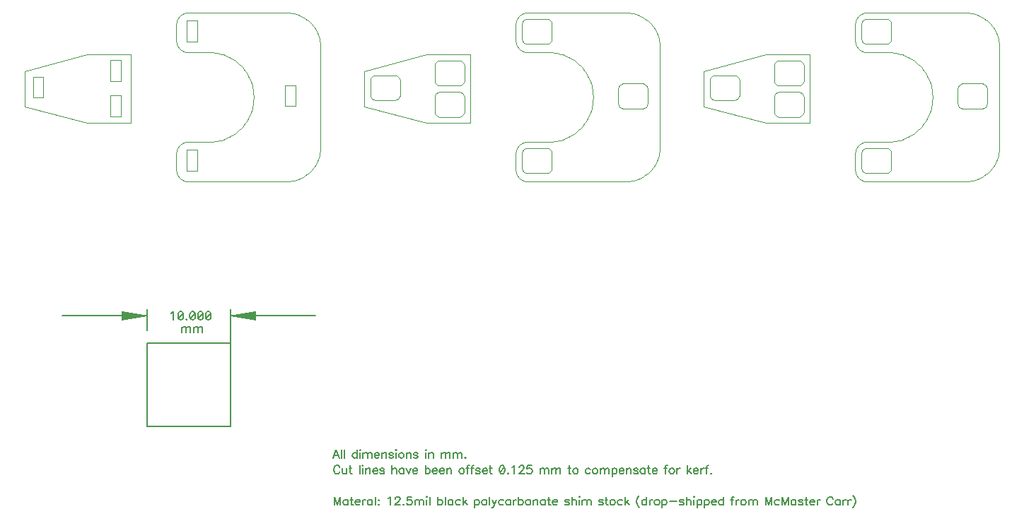
<source format=gbr>
G04 CAM Products 2000  RS274-X Output*
G04 Serial Number: 0000-00-00000*
G04 File Name:LED-FLEX-R2-SPACER.GBR *
%FSLAX34Y34*%
%MOIN*%
%SFA1B1*%

%IPPOS*%
%AMROUNDRECTNOHOLED21*
4,1,4,0.019700,0.008900,
-0.019700,0.008900,
-0.019700,-0.008900,
0.019700,-0.008900,
0.019700,0.008900,0.0*
4,1,4,0.010900,0.017700,
-0.010900,0.017700,
-0.010900,-0.017700,
0.010900,-0.017700,
0.010900,0.017700,0.0*
1,1,0.017700,-0.010800,-0.008900*
1,1,0.017700,-0.010800,0.008900*
1,1,0.017700,0.010800,0.008900*
1,1,0.017700,0.010800,-0.008900*
%
%ADD10C,0.000400*%
%ADD11C,0.010000*%
%ADD12C,0.013800*%
%ADD13C,0.002000*%
%ADD14C,0.003900*%
%ADD15C,0.039400*%
%ADD16C,0.005000*%
%ADD17C,0.005900*%
%ADD18C,0.007900*%
%ADD19C,0.008000*%
%ADD20C,0.009800*%
%ADD21ROUNDRECTNOHOLED21*%
%ADD22R,0.137800X0.013800*%
%ADD23R,0.152800X0.028800*%
%ADD24R,0.047200X0.051200*%
%ADD25R,0.062200X0.066200*%
%ADD26R,0.049600X0.071800*%
%LNLED-FLEX-R2-SPACER-1*%
%LPD*%
G54D17*
X34448Y15944D02*
X38385D01*
Y19881D02*
X34448D01*
Y15944*
X38385D02*
Y19881D01*
G54D19*
X36098Y20650D02*
Y20388D01*
Y20575D02*
X36154Y20632D01*
X36192Y20650*
X36248*
X36286Y20632*
X36304Y20575*
Y20388*
Y20575D02*
X36361Y20632D01*
X36398Y20650*
X36454*
X36492Y20632*
X36511Y20575*
Y20388*
X36661Y20650D02*
Y20388D01*
Y20575D02*
X36717Y20632D01*
X36754Y20650*
X36811*
X36848Y20632*
X36867Y20575*
Y20388*
Y20575D02*
X36923Y20632D01*
X36961Y20650*
X37017*
X37054Y20632*
X37073Y20575*
Y20388*
X43522Y14447D02*
X43374Y14835D01*
X43227Y14447*
X43282Y14577D02*
X43466D01*
X43614Y14835D02*
Y14447D01*
X43762Y14835D02*
Y14447D01*
X44352Y14835D02*
Y14447D01*
Y14650D02*
X44315Y14687D01*
X44278Y14706*
X44223*
X44186Y14687*
X44149Y14650*
X44131Y14595*
Y14558*
X44149Y14503*
X44186Y14466*
X44223Y14447*
X44278*
X44315Y14466*
X44352Y14503*
X44481Y14835D02*
X44500Y14816D01*
X44518Y14835*
X44500Y14853*
X44481Y14835*
X44500Y14706D02*
Y14447D01*
X44647Y14706D02*
Y14447D01*
Y14632D02*
X44703Y14687D01*
X44740Y14706*
X44795*
X44832Y14687*
X44850Y14632*
Y14447*
Y14632D02*
X44906Y14687D01*
X44943Y14706*
X44998*
X45035Y14687*
X45053Y14632*
Y14447*
X45182Y14595D02*
X45404D01*
Y14632*
X45385Y14669*
X45367Y14687*
X45330Y14706*
X45275*
X45238Y14687*
X45201Y14650*
X45182Y14595*
Y14558*
X45201Y14503*
X45238Y14466*
X45275Y14447*
X45330*
X45367Y14466*
X45404Y14503*
X45533Y14706D02*
Y14447D01*
Y14632D02*
X45588Y14687D01*
X45625Y14706*
X45681*
X45718Y14687*
X45736Y14632*
Y14447*
X46068Y14650D02*
X46050Y14687D01*
X45994Y14706*
X45939*
X45884Y14687*
X45865Y14650*
X45884Y14614*
X45920Y14595*
X46013Y14577*
X46050Y14558*
X46068Y14521*
Y14503*
X46050Y14466*
X45994Y14447*
X45939*
X45884Y14466*
X45865Y14503*
X46179Y14835D02*
X46197Y14816D01*
X46216Y14835*
X46197Y14853*
X46179Y14835*
X46197Y14706D02*
Y14447D01*
X46419Y14706D02*
X46382Y14687D01*
X46345Y14650*
X46326Y14595*
Y14558*
X46345Y14503*
X46382Y14466*
X46419Y14447*
X46474*
X46511Y14466*
X46548Y14503*
X46566Y14558*
Y14595*
X46548Y14650*
X46511Y14687*
X46474Y14706*
X46419*
X46695D02*
Y14447D01*
Y14632D02*
X46751Y14687D01*
X46788Y14706*
X46843*
X46880Y14687*
X46898Y14632*
Y14447*
X47231Y14650D02*
X47212Y14687D01*
X47157Y14706*
X47101*
X47046Y14687*
X47028Y14650*
X47046Y14614*
X47083Y14595*
X47175Y14577*
X47212Y14558*
X47231Y14521*
Y14503*
X47212Y14466*
X47157Y14447*
X47101*
X47046Y14466*
X47028Y14503*
X47581Y14835D02*
X47600Y14816D01*
X47618Y14835*
X47600Y14853*
X47581Y14835*
X47600Y14706D02*
Y14447D01*
X47747Y14706D02*
Y14447D01*
Y14632D02*
X47803Y14687D01*
X47839Y14706*
X47895*
X47932Y14687*
X47950Y14632*
Y14447*
X48338Y14706D02*
Y14447D01*
Y14632D02*
X48393Y14687D01*
X48430Y14706*
X48485*
X48522Y14687*
X48541Y14632*
Y14447*
Y14632D02*
X48596Y14687D01*
X48633Y14706*
X48688*
X48725Y14687*
X48744Y14632*
Y14447*
X48891Y14706D02*
Y14447D01*
Y14632D02*
X48947Y14687D01*
X48983Y14706*
X49039*
X49076Y14687*
X49094Y14632*
Y14447*
Y14632D02*
X49149Y14687D01*
X49186Y14706*
X49242*
X49279Y14687*
X49297Y14632*
Y14447*
X49463Y14484D02*
X49445Y14466D01*
X49463Y14447*
X49482Y14466*
X49463Y14484*
X43540Y14005D02*
X43522Y14042D01*
X43485Y14079*
X43448Y14097*
X43374*
X43337Y14079*
X43300Y14042*
X43282Y14005*
X43264Y13950*
Y13858*
X43282Y13802*
X43300Y13765*
X43337Y13728*
X43374Y13710*
X43448*
X43485Y13728*
X43522Y13765*
X43540Y13802*
X43669Y13968D02*
Y13784D01*
X43688Y13728*
X43725Y13710*
X43780*
X43817Y13728*
X43872Y13784*
Y13968D02*
Y13710D01*
X44038Y14097D02*
Y13784D01*
X44057Y13728*
X44094Y13710*
X44131*
X43983Y13968D02*
X44112D01*
X44481Y14097D02*
Y13710D01*
X44610Y14097D02*
X44629Y14079D01*
X44647Y14097*
X44629Y14116*
X44610Y14097*
X44629Y13968D02*
Y13710D01*
X44777Y13968D02*
Y13710D01*
Y13894D02*
X44832Y13950D01*
X44869Y13968*
X44924*
X44961Y13950*
X44979Y13894*
Y13710*
X45109Y13858D02*
X45330D01*
Y13894*
X45312Y13931*
X45293Y13950*
X45256Y13968*
X45201*
X45164Y13950*
X45127Y13913*
X45109Y13858*
Y13821*
X45127Y13765*
X45164Y13728*
X45201Y13710*
X45256*
X45293Y13728*
X45330Y13765*
X45644Y13913D02*
X45625Y13950D01*
X45570Y13968*
X45515*
X45459Y13950*
X45441Y13913*
X45459Y13876*
X45496Y13858*
X45588Y13839*
X45625Y13821*
X45644Y13784*
Y13765*
X45625Y13728*
X45570Y13710*
X45515*
X45459Y13728*
X45441Y13765*
X46013Y14097D02*
Y13710D01*
Y13894D02*
X46068Y13950D01*
X46105Y13968*
X46160*
X46197Y13950*
X46216Y13894*
Y13710*
X46566Y13968D02*
Y13710D01*
Y13913D02*
X46529Y13950D01*
X46492Y13968*
X46437*
X46400Y13950*
X46363Y13913*
X46345Y13858*
Y13821*
X46363Y13765*
X46400Y13728*
X46437Y13710*
X46492*
X46529Y13728*
X46566Y13765*
X46677Y13968D02*
X46788Y13710D01*
X46898Y13968*
X46991Y13858D02*
X47212D01*
Y13894*
X47194Y13931*
X47175Y13950*
X47138Y13968*
X47083*
X47046Y13950*
X47009Y13913*
X46991Y13858*
Y13821*
X47009Y13765*
X47046Y13728*
X47083Y13710*
X47138*
X47175Y13728*
X47212Y13765*
X47581Y14097D02*
Y13710D01*
Y13913D02*
X47618Y13950D01*
X47655Y13968*
X47710*
X47747Y13950*
X47784Y13913*
X47803Y13858*
Y13821*
X47784Y13765*
X47747Y13728*
X47710Y13710*
X47655*
X47618Y13728*
X47581Y13765*
X47913Y13858D02*
X48135D01*
Y13894*
X48116Y13931*
X48098Y13950*
X48061Y13968*
X48005*
X47969Y13950*
X47932Y13913*
X47913Y13858*
Y13821*
X47932Y13765*
X47969Y13728*
X48005Y13710*
X48061*
X48098Y13728*
X48135Y13765*
X48245Y13858D02*
X48467D01*
Y13894*
X48448Y13931*
X48430Y13950*
X48393Y13968*
X48338*
X48301Y13950*
X48264Y13913*
X48245Y13858*
Y13821*
X48264Y13765*
X48301Y13728*
X48338Y13710*
X48393*
X48430Y13728*
X48467Y13765*
X48596Y13968D02*
Y13710D01*
Y13894D02*
X48651Y13950D01*
X48688Y13968*
X48744*
X48780Y13950*
X48799Y13894*
Y13710*
X49260Y13968D02*
X49223Y13950D01*
X49186Y13913*
X49168Y13858*
Y13821*
X49186Y13765*
X49223Y13728*
X49260Y13710*
X49316*
X49352Y13728*
X49389Y13765*
X49408Y13821*
Y13858*
X49389Y13913*
X49352Y13950*
X49316Y13968*
X49260*
X49648Y14097D02*
X49611D01*
X49574Y14079*
X49555Y14024*
Y13710*
X49500Y13968D02*
X49629D01*
X49869Y14097D02*
X49832D01*
X49795Y14079*
X49777Y14024*
Y13710*
X49721Y13968D02*
X49851D01*
X50164Y13913D02*
X50146Y13950D01*
X50090Y13968*
X50035*
X49980Y13950*
X49961Y13913*
X49980Y13876*
X50017Y13858*
X50109Y13839*
X50146Y13821*
X50164Y13784*
Y13765*
X50146Y13728*
X50090Y13710*
X50035*
X49980Y13728*
X49961Y13765*
X50275Y13858D02*
X50496D01*
Y13894*
X50478Y13931*
X50460Y13950*
X50423Y13968*
X50367*
X50330Y13950*
X50293Y13913*
X50275Y13858*
Y13821*
X50293Y13765*
X50330Y13728*
X50367Y13710*
X50423*
X50460Y13728*
X50496Y13765*
X50644Y14097D02*
Y13784D01*
X50662Y13728*
X50699Y13710*
X50736*
X50589Y13968D02*
X50718D01*
X51179Y14097D02*
X51124Y14079D01*
X51087Y14024*
X51068Y13931*
Y13876*
X51087Y13784*
X51124Y13728*
X51179Y13710*
X51216*
X51271Y13728*
X51308Y13784*
X51327Y13876*
Y13931*
X51308Y14024*
X51271Y14079*
X51216Y14097*
X51179*
X51308Y14024D02*
X51087Y13784D01*
X51474Y13747D02*
X51456Y13728D01*
X51474Y13710*
X51493Y13728*
X51474Y13747*
X51677Y14024D02*
X51714Y14042D01*
X51770Y14097*
Y13710*
X52009Y14005D02*
Y14024D01*
X52028Y14061*
X52046Y14079*
X52083Y14097*
X52157*
X52194Y14079*
X52212Y14061*
X52231Y14024*
Y13987*
X52212Y13950*
X52175Y13894*
X51991Y13710*
X52249*
X52581Y14097D02*
X52397D01*
X52378Y13931*
X52397Y13950*
X52452Y13968*
X52508*
X52563Y13950*
X52600Y13913*
X52618Y13858*
Y13821*
X52600Y13765*
X52563Y13728*
X52508Y13710*
X52452*
X52397Y13728*
X52378Y13747*
X52360Y13784*
X52987Y13968D02*
Y13710D01*
Y13894D02*
X53043Y13950D01*
X53080Y13968*
X53135*
X53172Y13950*
X53190Y13894*
Y13710*
Y13894D02*
X53246Y13950D01*
X53283Y13968*
X53338*
X53375Y13950*
X53393Y13894*
Y13710*
X53541Y13968D02*
Y13710D01*
Y13894D02*
X53596Y13950D01*
X53633Y13968*
X53688*
X53725Y13950*
X53744Y13894*
Y13710*
Y13894D02*
X53799Y13950D01*
X53836Y13968*
X53891*
X53928Y13950*
X53947Y13894*
Y13710*
X54353Y14097D02*
Y13784D01*
X54371Y13728*
X54408Y13710*
X54445*
X54297Y13968D02*
X54427D01*
X54629D02*
X54593Y13950D01*
X54556Y13913*
X54537Y13858*
Y13821*
X54556Y13765*
X54593Y13728*
X54629Y13710*
X54685*
X54722Y13728*
X54759Y13765*
X54777Y13821*
Y13858*
X54759Y13913*
X54722Y13950*
X54685Y13968*
X54629*
X55349Y13913D02*
X55312Y13950D01*
X55275Y13968*
X55220*
X55183Y13950*
X55146Y13913*
X55128Y13858*
Y13821*
X55146Y13765*
X55183Y13728*
X55220Y13710*
X55275*
X55312Y13728*
X55349Y13765*
X55552Y13968D02*
X55515Y13950D01*
X55478Y13913*
X55460Y13858*
Y13821*
X55478Y13765*
X55515Y13728*
X55552Y13710*
X55607*
X55644Y13728*
X55681Y13765*
X55700Y13821*
Y13858*
X55681Y13913*
X55644Y13950*
X55607Y13968*
X55552*
X55829D02*
Y13710D01*
Y13894D02*
X55884Y13950D01*
X55921Y13968*
X55976*
X56013Y13950*
X56032Y13894*
Y13710*
Y13894D02*
X56087Y13950D01*
X56124Y13968*
X56179*
X56216Y13950*
X56235Y13894*
Y13710*
X56382Y13968D02*
Y13581D01*
Y13913D02*
X56419Y13950D01*
X56456Y13968*
X56512*
X56548Y13950*
X56585Y13913*
X56604Y13858*
Y13821*
X56585Y13765*
X56548Y13728*
X56512Y13710*
X56456*
X56419Y13728*
X56382Y13765*
X56714Y13858D02*
X56936D01*
Y13894*
X56917Y13931*
X56899Y13950*
X56862Y13968*
X56807*
X56770Y13950*
X56733Y13913*
X56714Y13858*
Y13821*
X56733Y13765*
X56770Y13728*
X56807Y13710*
X56862*
X56899Y13728*
X56936Y13765*
X57065Y13968D02*
Y13710D01*
Y13894D02*
X57120Y13950D01*
X57157Y13968*
X57213*
X57250Y13950*
X57268Y13894*
Y13710*
X57600Y13913D02*
X57582Y13950D01*
X57526Y13968*
X57471*
X57416Y13950*
X57397Y13913*
X57416Y13876*
X57453Y13858*
X57545Y13839*
X57582Y13821*
X57600Y13784*
Y13765*
X57582Y13728*
X57526Y13710*
X57471*
X57416Y13728*
X57397Y13765*
X57932Y13968D02*
Y13710D01*
Y13913D02*
X57895Y13950D01*
X57858Y13968*
X57803*
X57766Y13950*
X57729Y13913*
X57711Y13858*
Y13821*
X57729Y13765*
X57766Y13728*
X57803Y13710*
X57858*
X57895Y13728*
X57932Y13765*
X58098Y14097D02*
Y13784D01*
X58117Y13728*
X58154Y13710*
X58191*
X58043Y13968D02*
X58172D01*
X58283Y13858D02*
X58504D01*
Y13894*
X58486Y13931*
X58467Y13950*
X58430Y13968*
X58375*
X58338Y13950*
X58301Y13913*
X58283Y13858*
Y13821*
X58301Y13765*
X58338Y13728*
X58375Y13710*
X58430*
X58467Y13728*
X58504Y13765*
X58984Y14097D02*
X58947D01*
X58910Y14079*
X58892Y14024*
Y13710*
X58836Y13968D02*
X58966D01*
X59169D02*
X59132Y13950D01*
X59095Y13913*
X59076Y13858*
Y13821*
X59095Y13765*
X59132Y13728*
X59169Y13710*
X59224*
X59261Y13728*
X59298Y13765*
X59316Y13821*
Y13858*
X59298Y13913*
X59261Y13950*
X59224Y13968*
X59169*
X59445D02*
Y13710D01*
Y13858D02*
X59464Y13913D01*
X59501Y13950*
X59538Y13968*
X59593*
X59925Y14097D02*
Y13710D01*
X60110Y13968D02*
X59925Y13784D01*
X59999Y13858D02*
X60128Y13710D01*
X60220Y13858D02*
X60442D01*
Y13894*
X60423Y13931*
X60405Y13950*
X60368Y13968*
X60312*
X60276Y13950*
X60239Y13913*
X60220Y13858*
Y13821*
X60239Y13765*
X60276Y13728*
X60312Y13710*
X60368*
X60405Y13728*
X60442Y13765*
X60571Y13968D02*
Y13710D01*
Y13858D02*
X60589Y13913D01*
X60626Y13950*
X60663Y13968*
X60718*
X60921Y14097D02*
X60884D01*
X60848Y14079*
X60829Y14024*
Y13710*
X60774Y13968D02*
X60903D01*
X61051Y13747D02*
X61032Y13728D01*
X61051Y13710*
X61069Y13728*
X61051Y13747*
X43577Y12235D02*
Y12622D01*
X43430Y12235*
X43282Y12622*
Y12235*
X43928Y12493D02*
Y12235D01*
Y12438D02*
X43891Y12475D01*
X43854Y12493*
X43799*
X43762Y12475*
X43725Y12438*
X43706Y12383*
Y12346*
X43725Y12290*
X43762Y12253*
X43799Y12235*
X43854*
X43891Y12253*
X43928Y12290*
X44094Y12622D02*
Y12309D01*
X44112Y12253*
X44149Y12235*
X44186*
X44038Y12493D02*
X44168D01*
X44278Y12383D02*
X44500D01*
Y12419*
X44481Y12456*
X44463Y12475*
X44426Y12493*
X44371*
X44334Y12475*
X44297Y12438*
X44278Y12383*
Y12346*
X44297Y12290*
X44334Y12253*
X44371Y12235*
X44426*
X44463Y12253*
X44500Y12290*
X44629Y12493D02*
Y12235D01*
Y12383D02*
X44647Y12438D01*
X44684Y12475*
X44721Y12493*
X44777*
X45072D02*
Y12235D01*
Y12438D02*
X45035Y12475D01*
X44998Y12493*
X44943*
X44906Y12475*
X44869Y12438*
X44850Y12383*
Y12346*
X44869Y12290*
X44906Y12253*
X44943Y12235*
X44998*
X45035Y12253*
X45072Y12290*
X45219Y12622D02*
Y12235D01*
X45385Y12493D02*
X45367Y12475D01*
X45385Y12456*
X45404Y12475*
X45385Y12493*
Y12272D02*
X45367Y12253D01*
X45385Y12235*
X45404Y12253*
X45385Y12272*
X45828Y12549D02*
X45865Y12567D01*
X45920Y12622*
Y12235*
X46160Y12530D02*
Y12549D01*
X46179Y12586*
X46197Y12604*
X46234Y12622*
X46308*
X46345Y12604*
X46363Y12586*
X46382Y12549*
Y12512*
X46363Y12475*
X46326Y12419*
X46142Y12235*
X46400*
X46548Y12272D02*
X46529Y12253D01*
X46548Y12235*
X46566Y12253*
X46548Y12272*
X46917Y12622D02*
X46732D01*
X46714Y12456*
X46732Y12475*
X46788Y12493*
X46843*
X46898Y12475*
X46935Y12438*
X46954Y12383*
Y12346*
X46935Y12290*
X46898Y12253*
X46843Y12235*
X46788*
X46732Y12253*
X46714Y12272*
X46695Y12309*
X47083Y12493D02*
Y12235D01*
Y12419D02*
X47138Y12475D01*
X47175Y12493*
X47231*
X47267Y12475*
X47286Y12419*
Y12235*
Y12419D02*
X47341Y12475D01*
X47378Y12493*
X47434*
X47470Y12475*
X47489Y12419*
Y12235*
X47618Y12622D02*
X47636Y12604D01*
X47655Y12622*
X47636Y12641*
X47618Y12622*
X47636Y12493D02*
Y12235D01*
X47784Y12622D02*
Y12235D01*
X48172Y12622D02*
Y12235D01*
Y12438D02*
X48208Y12475D01*
X48245Y12493*
X48301*
X48338Y12475*
X48375Y12438*
X48393Y12383*
Y12346*
X48375Y12290*
X48338Y12253*
X48301Y12235*
X48245*
X48208Y12253*
X48172Y12290*
X48522Y12622D02*
Y12235D01*
X48873Y12493D02*
Y12235D01*
Y12438D02*
X48836Y12475D01*
X48799Y12493*
X48744*
X48707Y12475*
X48670Y12438*
X48651Y12383*
Y12346*
X48670Y12290*
X48707Y12253*
X48744Y12235*
X48799*
X48836Y12253*
X48873Y12290*
X49223Y12438D02*
X49186Y12475D01*
X49149Y12493*
X49094*
X49057Y12475*
X49020Y12438*
X49002Y12383*
Y12346*
X49020Y12290*
X49057Y12253*
X49094Y12235*
X49149*
X49186Y12253*
X49223Y12290*
X49352Y12622D02*
Y12235D01*
X49537Y12493D02*
X49352Y12309D01*
X49426Y12383D02*
X49555Y12235D01*
X49906Y12493D02*
Y12106D01*
Y12438D02*
X49943Y12475D01*
X49980Y12493*
X50035*
X50072Y12475*
X50109Y12438*
X50127Y12383*
Y12346*
X50109Y12290*
X50072Y12253*
X50035Y12235*
X49980*
X49943Y12253*
X49906Y12290*
X50330Y12493D02*
X50293Y12475D01*
X50257Y12438*
X50238Y12383*
Y12346*
X50257Y12290*
X50293Y12253*
X50330Y12235*
X50386*
X50423Y12253*
X50460Y12290*
X50478Y12346*
Y12383*
X50460Y12438*
X50423Y12475*
X50386Y12493*
X50330*
X50607Y12622D02*
Y12235D01*
X50718Y12493D02*
X50829Y12235D01*
X50792Y12161*
X50755Y12124*
X50718Y12106*
X50699*
X50939Y12493D02*
X50829Y12235D01*
X51253Y12438D02*
X51216Y12475D01*
X51179Y12493*
X51124*
X51087Y12475*
X51050Y12438*
X51031Y12383*
Y12346*
X51050Y12290*
X51087Y12253*
X51124Y12235*
X51179*
X51216Y12253*
X51253Y12290*
X51585Y12493D02*
Y12235D01*
Y12438D02*
X51548Y12475D01*
X51511Y12493*
X51456*
X51419Y12475*
X51382Y12438*
X51364Y12383*
Y12346*
X51382Y12290*
X51419Y12253*
X51456Y12235*
X51511*
X51548Y12253*
X51585Y12290*
X51733Y12493D02*
Y12235D01*
Y12383D02*
X51751Y12438D01*
X51788Y12475*
X51825Y12493*
X51880*
X51973Y12622D02*
Y12235D01*
Y12438D02*
X52009Y12475D01*
X52046Y12493*
X52102*
X52139Y12475*
X52175Y12438*
X52194Y12383*
Y12346*
X52175Y12290*
X52139Y12253*
X52102Y12235*
X52046*
X52009Y12253*
X51973Y12290*
X52397Y12493D02*
X52360Y12475D01*
X52323Y12438*
X52305Y12383*
Y12346*
X52323Y12290*
X52360Y12253*
X52397Y12235*
X52452*
X52489Y12253*
X52526Y12290*
X52544Y12346*
Y12383*
X52526Y12438*
X52489Y12475*
X52452Y12493*
X52397*
X52674D02*
Y12235D01*
Y12419D02*
X52729Y12475D01*
X52766Y12493*
X52821*
X52858Y12475*
X52877Y12419*
Y12235*
X53227Y12493D02*
Y12235D01*
Y12438D02*
X53190Y12475D01*
X53153Y12493*
X53098*
X53061Y12475*
X53024Y12438*
X53006Y12383*
Y12346*
X53024Y12290*
X53061Y12253*
X53098Y12235*
X53153*
X53190Y12253*
X53227Y12290*
X53393Y12622D02*
Y12309D01*
X53412Y12253*
X53449Y12235*
X53486*
X53338Y12493D02*
X53467D01*
X53578Y12383D02*
X53799D01*
Y12419*
X53781Y12456*
X53762Y12475*
X53725Y12493*
X53670*
X53633Y12475*
X53596Y12438*
X53578Y12383*
Y12346*
X53596Y12290*
X53633Y12253*
X53670Y12235*
X53725*
X53762Y12253*
X53799Y12290*
X54353Y12438D02*
X54334Y12475D01*
X54279Y12493*
X54224*
X54168Y12475*
X54150Y12438*
X54168Y12401*
X54205Y12383*
X54297Y12364*
X54334Y12346*
X54353Y12309*
Y12290*
X54334Y12253*
X54279Y12235*
X54224*
X54168Y12253*
X54150Y12290*
X54482Y12622D02*
Y12235D01*
Y12419D02*
X54537Y12475D01*
X54574Y12493*
X54629*
X54666Y12475*
X54685Y12419*
Y12235*
X54814Y12622D02*
X54832Y12604D01*
X54851Y12622*
X54832Y12641*
X54814Y12622*
X54832Y12493D02*
Y12235D01*
X54980Y12493D02*
Y12235D01*
Y12419D02*
X55035Y12475D01*
X55072Y12493*
X55128*
X55165Y12475*
X55183Y12419*
Y12235*
Y12419D02*
X55238Y12475D01*
X55275Y12493*
X55331*
X55368Y12475*
X55386Y12419*
Y12235*
X55958Y12438D02*
X55940Y12475D01*
X55884Y12493*
X55829*
X55773Y12475*
X55755Y12438*
X55773Y12401*
X55810Y12383*
X55903Y12364*
X55940Y12346*
X55958Y12309*
Y12290*
X55940Y12253*
X55884Y12235*
X55829*
X55773Y12253*
X55755Y12290*
X56106Y12622D02*
Y12309D01*
X56124Y12253*
X56161Y12235*
X56198*
X56050Y12493D02*
X56179D01*
X56382D02*
X56345Y12475D01*
X56309Y12438*
X56290Y12383*
Y12346*
X56309Y12290*
X56345Y12253*
X56382Y12235*
X56438*
X56475Y12253*
X56512Y12290*
X56530Y12346*
Y12383*
X56512Y12438*
X56475Y12475*
X56438Y12493*
X56382*
X56862Y12438D02*
X56825Y12475D01*
X56788Y12493*
X56733*
X56696Y12475*
X56659Y12438*
X56641Y12383*
Y12346*
X56659Y12290*
X56696Y12253*
X56733Y12235*
X56788*
X56825Y12253*
X56862Y12290*
X56991Y12622D02*
Y12235D01*
X57176Y12493D02*
X56991Y12309D01*
X57065Y12383D02*
X57194Y12235D01*
X57674Y12696D02*
X57637Y12659D01*
X57600Y12604*
X57563Y12530*
X57545Y12438*
Y12364*
X57563Y12272*
X57600Y12198*
X57637Y12143*
X57674Y12106*
X58006Y12622D02*
Y12235D01*
Y12438D02*
X57969Y12475D01*
X57932Y12493*
X57877*
X57840Y12475*
X57803Y12438*
X57785Y12383*
Y12346*
X57803Y12290*
X57840Y12253*
X57877Y12235*
X57932*
X57969Y12253*
X58006Y12290*
X58154Y12493D02*
Y12235D01*
Y12383D02*
X58172Y12438D01*
X58209Y12475*
X58246Y12493*
X58301*
X58467D02*
X58430Y12475D01*
X58394Y12438*
X58375Y12383*
Y12346*
X58394Y12290*
X58430Y12253*
X58467Y12235*
X58523*
X58560Y12253*
X58597Y12290*
X58615Y12346*
Y12383*
X58597Y12438*
X58560Y12475*
X58523Y12493*
X58467*
X58744D02*
Y12106D01*
Y12438D02*
X58781Y12475D01*
X58818Y12493*
X58873*
X58910Y12475*
X58947Y12438*
X58966Y12383*
Y12346*
X58947Y12290*
X58910Y12253*
X58873Y12235*
X58818*
X58781Y12253*
X58744Y12290*
X59095Y12401D02*
X59427D01*
X59759Y12438D02*
X59740Y12475D01*
X59685Y12493*
X59630*
X59574Y12475*
X59556Y12438*
X59574Y12401*
X59611Y12383*
X59704Y12364*
X59740Y12346*
X59759Y12309*
Y12290*
X59740Y12253*
X59685Y12235*
X59630*
X59574Y12253*
X59556Y12290*
X59888Y12622D02*
Y12235D01*
Y12419D02*
X59943Y12475D01*
X59980Y12493*
X60036*
X60073Y12475*
X60091Y12419*
Y12235*
X60220Y12622D02*
X60239Y12604D01*
X60257Y12622*
X60239Y12641*
X60220Y12622*
X60239Y12493D02*
Y12235D01*
X60386Y12493D02*
Y12106D01*
Y12438D02*
X60423Y12475D01*
X60460Y12493*
X60515*
X60552Y12475*
X60589Y12438*
X60608Y12383*
Y12346*
X60589Y12290*
X60552Y12253*
X60515Y12235*
X60460*
X60423Y12253*
X60386Y12290*
X60737Y12493D02*
Y12106D01*
Y12438D02*
X60774Y12475D01*
X60811Y12493*
X60866*
X60903Y12475*
X60940Y12438*
X60958Y12383*
Y12346*
X60940Y12290*
X60903Y12253*
X60866Y12235*
X60811*
X60774Y12253*
X60737Y12290*
X61069Y12383D02*
X61290D01*
Y12419*
X61272Y12456*
X61254Y12475*
X61217Y12493*
X61161*
X61124Y12475*
X61087Y12438*
X61069Y12383*
Y12346*
X61087Y12290*
X61124Y12253*
X61161Y12235*
X61217*
X61254Y12253*
X61290Y12290*
X61623Y12622D02*
Y12235D01*
Y12438D02*
X61586Y12475D01*
X61549Y12493*
X61493*
X61456Y12475*
X61420Y12438*
X61401Y12383*
Y12346*
X61420Y12290*
X61456Y12253*
X61493Y12235*
X61549*
X61586Y12253*
X61623Y12290*
X62121Y12622D02*
X62084D01*
X62047Y12604*
X62028Y12549*
Y12235*
X61973Y12493D02*
X62102D01*
X62231D02*
Y12235D01*
Y12383D02*
X62250Y12438D01*
X62287Y12475*
X62324Y12493*
X62379*
X62545D02*
X62508Y12475D01*
X62471Y12438*
X62453Y12383*
Y12346*
X62471Y12290*
X62508Y12253*
X62545Y12235*
X62600*
X62637Y12253*
X62674Y12290*
X62693Y12346*
Y12383*
X62674Y12438*
X62637Y12475*
X62600Y12493*
X62545*
X62822D02*
Y12235D01*
Y12419D02*
X62877Y12475D01*
X62914Y12493*
X62969*
X63006Y12475*
X63025Y12419*
Y12235*
Y12419D02*
X63080Y12475D01*
X63117Y12493*
X63172*
X63209Y12475*
X63228Y12419*
Y12235*
X63910D02*
Y12622D01*
X63763Y12235*
X63615Y12622*
Y12235*
X64261Y12438D02*
X64224Y12475D01*
X64187Y12493*
X64132*
X64095Y12475*
X64058Y12438*
X64040Y12383*
Y12346*
X64058Y12290*
X64095Y12253*
X64132Y12235*
X64187*
X64224Y12253*
X64261Y12290*
X64685Y12235D02*
Y12622D01*
X64538Y12235*
X64390Y12622*
Y12235*
X65036Y12493D02*
Y12235D01*
Y12438D02*
X64999Y12475D01*
X64962Y12493*
X64907*
X64870Y12475*
X64833Y12438*
X64815Y12383*
Y12346*
X64833Y12290*
X64870Y12253*
X64907Y12235*
X64962*
X64999Y12253*
X65036Y12290*
X65368Y12438D02*
X65350Y12475D01*
X65294Y12493*
X65239*
X65184Y12475*
X65165Y12438*
X65184Y12401*
X65221Y12383*
X65313Y12364*
X65350Y12346*
X65368Y12309*
Y12290*
X65350Y12253*
X65294Y12235*
X65239*
X65184Y12253*
X65165Y12290*
X65516Y12622D02*
Y12309D01*
X65534Y12253*
X65571Y12235*
X65608*
X65460Y12493D02*
X65590D01*
X65700Y12383D02*
X65922D01*
Y12419*
X65903Y12456*
X65885Y12475*
X65848Y12493*
X65793*
X65756Y12475*
X65719Y12438*
X65700Y12383*
Y12346*
X65719Y12290*
X65756Y12253*
X65793Y12235*
X65848*
X65885Y12253*
X65922Y12290*
X66051Y12493D02*
Y12235D01*
Y12383D02*
X66069Y12438D01*
X66106Y12475*
X66143Y12493*
X66198*
X66789Y12530D02*
X66770Y12567D01*
X66734Y12604*
X66697Y12622*
X66623*
X66586Y12604*
X66549Y12567*
X66531Y12530*
X66512Y12475*
Y12383*
X66531Y12327*
X66549Y12290*
X66586Y12253*
X66623Y12235*
X66697*
X66734Y12253*
X66770Y12290*
X66789Y12327*
X67121Y12493D02*
Y12235D01*
Y12438D02*
X67084Y12475D01*
X67047Y12493*
X66992*
X66955Y12475*
X66918Y12438*
X66900Y12383*
Y12346*
X66918Y12290*
X66955Y12253*
X66992Y12235*
X67047*
X67084Y12253*
X67121Y12290*
X67269Y12493D02*
Y12235D01*
Y12383D02*
X67287Y12438D01*
X67324Y12475*
X67361Y12493*
X67416*
X67508D02*
Y12235D01*
Y12383D02*
X67527Y12438D01*
X67564Y12475*
X67601Y12493*
X67656*
X67730Y12696D02*
X67767Y12659D01*
X67804Y12604*
X67841Y12530*
X67859Y12438*
Y12364*
X67841Y12272*
X67804Y12198*
X67767Y12143*
X67730Y12106*
G54D17*
X34448Y21189D02*
X30448D01*
G54D10*
X33271Y20999D02*
X33283D01*
X33271Y21001D02*
X33295D01*
X33271Y21003D02*
X33306D01*
X33271Y21005D02*
X33318D01*
X33271Y21007D02*
X33330D01*
X33271Y21009D02*
X33342D01*
X33271Y21010D02*
X33354D01*
X33271Y21012D02*
X33365D01*
X33271Y21014D02*
X33377D01*
X33271Y21016D02*
X33389D01*
X33271Y21018D02*
X33401D01*
X33271Y21020D02*
X33412D01*
X33271Y21022D02*
X33424D01*
X33271Y21024D02*
X33436D01*
X33271Y21026D02*
X33448D01*
X33271Y21028D02*
X33459D01*
X33271Y21030D02*
X33471D01*
X33271Y21032D02*
X33483D01*
X33271Y21034D02*
X33495D01*
X33271Y21036D02*
X33506D01*
X33271Y21038D02*
X33518D01*
X33271Y21040D02*
X33530D01*
X33271Y21042D02*
X33542D01*
X33271Y21044D02*
X33553D01*
X33271Y21046D02*
X33565D01*
X33271Y21048D02*
X33577D01*
X33271Y21050D02*
X33589D01*
X33271Y21052D02*
X33601D01*
X33271Y21054D02*
X33612D01*
X33271Y21056D02*
X33624D01*
X33271Y21058D02*
X33636D01*
X33271Y21059D02*
X33648D01*
X33271Y21061D02*
X33659D01*
X33271Y21063D02*
X33671D01*
X33271Y21065D02*
X33683D01*
X33271Y21067D02*
X33695D01*
X33271Y21069D02*
X33706D01*
X33271Y21071D02*
X33718D01*
X33271Y21073D02*
X33730D01*
X33271Y21075D02*
X33742D01*
X33271Y21077D02*
X33753D01*
X33271Y21079D02*
X33765D01*
X33271Y21081D02*
X33777D01*
X33271Y21083D02*
X33789D01*
X33271Y21085D02*
X33801D01*
X33271Y21087D02*
X33812D01*
X33271Y21089D02*
X33824D01*
X33271Y21091D02*
X33836D01*
X33271Y21093D02*
X33848D01*
X33271Y21095D02*
X33859D01*
X33271Y21097D02*
X33871D01*
X33271Y21099D02*
X33883D01*
X33271Y21101D02*
X33895D01*
X33271Y21103D02*
X33906D01*
X33271Y21105D02*
X33918D01*
X33271Y21107D02*
X33930D01*
X33271Y21109D02*
X33942D01*
X33271Y21110D02*
X33953D01*
X33271Y21112D02*
X33965D01*
X33271Y21114D02*
X33977D01*
X33271Y21116D02*
X33989D01*
X33271Y21118D02*
X34001D01*
X33271Y21120D02*
X34012D01*
X33271Y21122D02*
X34024D01*
X33271Y21124D02*
X34036D01*
X33271Y21126D02*
X34048D01*
X33271Y21128D02*
X34059D01*
X33271Y21130D02*
X34071D01*
X33271Y21132D02*
X34083D01*
X33271Y21134D02*
X34095D01*
X33271Y21136D02*
X34106D01*
X33271Y21138D02*
X34118D01*
X33271Y21140D02*
X34130D01*
X33271Y21142D02*
X34142D01*
X33271Y21144D02*
X34153D01*
X33271Y21146D02*
X34165D01*
X33271Y21148D02*
X34177D01*
X33271Y21150D02*
X34189D01*
X33271Y21152D02*
X34200D01*
X33271Y21154D02*
X34212D01*
X33271Y21156D02*
X34224D01*
X33271Y21158D02*
X34236D01*
X33271Y21159D02*
X34248D01*
X33271Y21161D02*
X34259D01*
X33271Y21163D02*
X34271D01*
X33271Y21165D02*
X34283D01*
X33271Y21167D02*
X34295D01*
X33271Y21169D02*
X34306D01*
X33271Y21171D02*
X34318D01*
X33271Y21173D02*
X34330D01*
X33271Y21175D02*
X34342D01*
X33271Y21177D02*
X34353D01*
X33271Y21179D02*
X34365D01*
X33271Y21181D02*
X34377D01*
X33271Y21183D02*
X34389D01*
X33271Y21185D02*
X34400D01*
X33271Y21187D02*
X34412D01*
X33271Y21189D02*
X34424D01*
X33271Y21191D02*
X34413D01*
X33271Y21193D02*
X34401D01*
X33271Y21195D02*
X34389D01*
X33271Y21197D02*
X34378D01*
X33271Y21199D02*
X34366D01*
X33271Y21201D02*
X34354D01*
X33271Y21203D02*
X34342D01*
X33271Y21205D02*
X34331D01*
X33271Y21207D02*
X34319D01*
X33271Y21209D02*
X34307D01*
X33271Y21210D02*
X34295D01*
X33271Y21212D02*
X34284D01*
X33271Y21214D02*
X34272D01*
X33271Y21216D02*
X34260D01*
X33271Y21218D02*
X34248D01*
X33271Y21220D02*
X34237D01*
X33271Y21222D02*
X34225D01*
X33271Y21224D02*
X34213D01*
X33271Y21226D02*
X34201D01*
X33271Y21228D02*
X34189D01*
X33271Y21230D02*
X34178D01*
X33271Y21232D02*
X34166D01*
X33271Y21234D02*
X34154D01*
X33271Y21236D02*
X34142D01*
X33271Y21238D02*
X34131D01*
X33271Y21240D02*
X34119D01*
X33271Y21242D02*
X34107D01*
X33271Y21244D02*
X34095D01*
X33271Y21246D02*
X34084D01*
X33271Y21248D02*
X34072D01*
X33271Y21250D02*
X34060D01*
X33271Y21252D02*
X34048D01*
X33271Y21254D02*
X34037D01*
X33271Y21256D02*
X34025D01*
X33271Y21258D02*
X34013D01*
X33271Y21259D02*
X34001D01*
X33271Y21261D02*
X33990D01*
X33271Y21263D02*
X33978D01*
X33271Y21265D02*
X33966D01*
X33271Y21267D02*
X33954D01*
X33271Y21269D02*
X33942D01*
X33271Y21271D02*
X33931D01*
X33271Y21273D02*
X33919D01*
X33271Y21275D02*
X33907D01*
X33271Y21277D02*
X33895D01*
X33271Y21279D02*
X33884D01*
X33271Y21281D02*
X33872D01*
X33271Y21283D02*
X33860D01*
X33271Y21285D02*
X33848D01*
X33271Y21287D02*
X33837D01*
X33271Y21289D02*
X33825D01*
X33271Y21291D02*
X33813D01*
X33271Y21293D02*
X33801D01*
X33271Y21295D02*
X33790D01*
X33271Y21297D02*
X33778D01*
X33271Y21299D02*
X33766D01*
X33271Y21301D02*
X33754D01*
X33271Y21303D02*
X33742D01*
X33271Y21305D02*
X33731D01*
X33271Y21307D02*
X33719D01*
X33271Y21308D02*
X33707D01*
X33271Y21310D02*
X33695D01*
X33271Y21312D02*
X33684D01*
X33271Y21314D02*
X33672D01*
X33271Y21316D02*
X33660D01*
X33271Y21318D02*
X33648D01*
X33271Y21320D02*
X33637D01*
X33271Y21322D02*
X33625D01*
X33271Y21324D02*
X33613D01*
X33271Y21326D02*
X33601D01*
X33271Y21328D02*
X33590D01*
X33271Y21330D02*
X33578D01*
X33271Y21332D02*
X33566D01*
X33271Y21334D02*
X33554D01*
X33271Y21336D02*
X33542D01*
X33271Y21338D02*
X33531D01*
X33271Y21340D02*
X33519D01*
X33271Y21342D02*
X33507D01*
X33271Y21344D02*
X33495D01*
X33271Y21346D02*
X33484D01*
X33271Y21348D02*
X33472D01*
X33271Y21350D02*
X33460D01*
X33271Y21352D02*
X33448D01*
X33271Y21354D02*
X33437D01*
X33271Y21356D02*
X33425D01*
X33271Y21358D02*
X33413D01*
X33271Y21359D02*
X33401D01*
X33271Y21361D02*
X33390D01*
X33271Y21363D02*
X33378D01*
X33271Y21365D02*
X33366D01*
X33271Y21367D02*
X33354D01*
X33271Y21369D02*
X33342D01*
X33271Y21371D02*
X33331D01*
X33271Y21373D02*
X33319D01*
X33271Y21375D02*
X33307D01*
X33271Y21377D02*
X33295D01*
X33271Y21379D02*
X33284D01*
X33271Y21381D02*
X33272D01*
X33269Y21383D02*
Y20994D01*
X34436Y21189*
X33269Y21383*
G54D17*
X38385Y21189D02*
X42385D01*
G54D10*
X39551Y20999D02*
X39562D01*
X39539Y21001D02*
X39562D01*
X39527Y21003D02*
X39562D01*
X39515Y21005D02*
X39562D01*
X39504Y21007D02*
X39562D01*
X39492Y21009D02*
X39562D01*
X39480Y21010D02*
X39562D01*
X39468Y21012D02*
X39562D01*
X39457Y21014D02*
X39562D01*
X39445Y21016D02*
X39562D01*
X39433Y21018D02*
X39562D01*
X39421Y21020D02*
X39562D01*
X39410Y21022D02*
X39562D01*
X39398Y21024D02*
X39562D01*
X39386Y21026D02*
X39562D01*
X39374Y21028D02*
X39562D01*
X39363Y21030D02*
X39562D01*
X39351Y21032D02*
X39562D01*
X39339Y21034D02*
X39562D01*
X39327Y21036D02*
X39562D01*
X39315Y21038D02*
X39562D01*
X39304Y21040D02*
X39562D01*
X39292Y21042D02*
X39562D01*
X39280Y21044D02*
X39562D01*
X39268Y21046D02*
X39562D01*
X39257Y21048D02*
X39562D01*
X39245Y21050D02*
X39562D01*
X39233Y21052D02*
X39562D01*
X39221Y21054D02*
X39562D01*
X39210Y21056D02*
X39562D01*
X39198Y21058D02*
X39562D01*
X39186Y21059D02*
X39562D01*
X39174Y21061D02*
X39562D01*
X39163Y21063D02*
X39562D01*
X39151Y21065D02*
X39562D01*
X39139Y21067D02*
X39562D01*
X39127Y21069D02*
X39562D01*
X39115Y21071D02*
X39562D01*
X39104Y21073D02*
X39562D01*
X39092Y21075D02*
X39562D01*
X39080Y21077D02*
X39562D01*
X39068Y21079D02*
X39562D01*
X39057Y21081D02*
X39562D01*
X39045Y21083D02*
X39562D01*
X39033Y21085D02*
X39562D01*
X39021Y21087D02*
X39562D01*
X39010Y21089D02*
X39562D01*
X38998Y21091D02*
X39562D01*
X38986Y21093D02*
X39562D01*
X38974Y21095D02*
X39562D01*
X38963Y21097D02*
X39562D01*
X38951Y21099D02*
X39562D01*
X38939Y21101D02*
X39562D01*
X38927Y21103D02*
X39562D01*
X38915Y21105D02*
X39562D01*
X38904Y21107D02*
X39562D01*
X38892Y21109D02*
X39562D01*
X38880Y21110D02*
X39562D01*
X38868Y21112D02*
X39562D01*
X38857Y21114D02*
X39562D01*
X38845Y21116D02*
X39562D01*
X38833Y21118D02*
X39562D01*
X38821Y21120D02*
X39562D01*
X38810Y21122D02*
X39562D01*
X38798Y21124D02*
X39562D01*
X38786Y21126D02*
X39562D01*
X38774Y21128D02*
X39562D01*
X38763Y21130D02*
X39562D01*
X38751Y21132D02*
X39562D01*
X38739Y21134D02*
X39562D01*
X38727Y21136D02*
X39562D01*
X38716Y21138D02*
X39562D01*
X38704Y21140D02*
X39562D01*
X38692Y21142D02*
X39562D01*
X38680Y21144D02*
X39562D01*
X38668Y21146D02*
X39562D01*
X38657Y21148D02*
X39562D01*
X38645Y21150D02*
X39562D01*
X38633Y21152D02*
X39562D01*
X38621Y21154D02*
X39562D01*
X38610Y21156D02*
X39562D01*
X38598Y21158D02*
X39562D01*
X38586Y21159D02*
X39562D01*
X38574Y21161D02*
X39562D01*
X38563Y21163D02*
X39562D01*
X38551Y21165D02*
X39562D01*
X38539Y21167D02*
X39562D01*
X38527Y21169D02*
X39562D01*
X38516Y21171D02*
X39562D01*
X38504Y21173D02*
X39562D01*
X38492Y21175D02*
X39562D01*
X38480Y21177D02*
X39562D01*
X38468Y21179D02*
X39562D01*
X38457Y21181D02*
X39562D01*
X38445Y21183D02*
X39562D01*
X38433Y21185D02*
X39562D01*
X38421Y21187D02*
X39562D01*
X38410Y21189D02*
X39562D01*
X38421Y21191D02*
X39562D01*
X38432Y21193D02*
X39562D01*
X38444Y21195D02*
X39562D01*
X38456Y21197D02*
X39562D01*
X38468Y21199D02*
X39562D01*
X38479Y21201D02*
X39562D01*
X38491Y21203D02*
X39562D01*
X38503Y21205D02*
X39562D01*
X38515Y21207D02*
X39562D01*
X38527Y21209D02*
X39562D01*
X38538Y21210D02*
X39562D01*
X38550Y21212D02*
X39562D01*
X38562Y21214D02*
X39562D01*
X38574Y21216D02*
X39562D01*
X38585Y21218D02*
X39562D01*
X38597Y21220D02*
X39562D01*
X38609Y21222D02*
X39562D01*
X38621Y21224D02*
X39562D01*
X38632Y21226D02*
X39562D01*
X38644Y21228D02*
X39562D01*
X38656Y21230D02*
X39562D01*
X38668Y21232D02*
X39562D01*
X38679Y21234D02*
X39562D01*
X38691Y21236D02*
X39562D01*
X38703Y21238D02*
X39562D01*
X38715Y21240D02*
X39562D01*
X38727Y21242D02*
X39562D01*
X38738Y21244D02*
X39562D01*
X38750Y21246D02*
X39562D01*
X38762Y21248D02*
X39562D01*
X38774Y21250D02*
X39562D01*
X38785Y21252D02*
X39562D01*
X38797Y21254D02*
X39562D01*
X38809Y21256D02*
X39562D01*
X38821Y21258D02*
X39562D01*
X38832Y21259D02*
X39562D01*
X38844Y21261D02*
X39562D01*
X38856Y21263D02*
X39562D01*
X38868Y21265D02*
X39562D01*
X38879Y21267D02*
X39562D01*
X38891Y21269D02*
X39562D01*
X38903Y21271D02*
X39562D01*
X38915Y21273D02*
X39562D01*
X38926Y21275D02*
X39562D01*
X38938Y21277D02*
X39562D01*
X38950Y21279D02*
X39562D01*
X38962Y21281D02*
X39562D01*
X38974Y21283D02*
X39562D01*
X38985Y21285D02*
X39562D01*
X38997Y21287D02*
X39562D01*
X39009Y21289D02*
X39562D01*
X39021Y21291D02*
X39562D01*
X39032Y21293D02*
X39562D01*
X39044Y21295D02*
X39562D01*
X39056Y21297D02*
X39562D01*
X39068Y21299D02*
X39562D01*
X39079Y21301D02*
X39562D01*
X39091Y21303D02*
X39562D01*
X39103Y21305D02*
X39562D01*
X39115Y21307D02*
X39562D01*
X39126Y21308D02*
X39562D01*
X39138Y21310D02*
X39562D01*
X39150Y21312D02*
X39562D01*
X39162Y21314D02*
X39562D01*
X39174Y21316D02*
X39562D01*
X39185Y21318D02*
X39562D01*
X39197Y21320D02*
X39562D01*
X39209Y21322D02*
X39562D01*
X39221Y21324D02*
X39562D01*
X39232Y21326D02*
X39562D01*
X39244Y21328D02*
X39562D01*
X39256Y21330D02*
X39562D01*
X39268Y21332D02*
X39562D01*
X39279Y21334D02*
X39562D01*
X39291Y21336D02*
X39562D01*
X39303Y21338D02*
X39562D01*
X39315Y21340D02*
X39562D01*
X39326Y21342D02*
X39562D01*
X39338Y21344D02*
X39562D01*
X39350Y21346D02*
X39562D01*
X39362Y21348D02*
X39562D01*
X39374Y21350D02*
X39562D01*
X39385Y21352D02*
X39562D01*
X39397Y21354D02*
X39562D01*
X39409Y21356D02*
X39562D01*
X39421Y21358D02*
X39562D01*
X39432Y21359D02*
X39562D01*
X39444Y21361D02*
X39562D01*
X39456Y21363D02*
X39562D01*
X39468Y21365D02*
X39562D01*
X39479Y21367D02*
X39562D01*
X39491Y21369D02*
X39562D01*
X39503Y21371D02*
X39562D01*
X39515Y21373D02*
X39562D01*
X39526Y21375D02*
X39562D01*
X39538Y21377D02*
X39562D01*
X39550Y21379D02*
X39562D01*
Y21381D03*
X39564Y21383D02*
X38397Y21189D01*
X39564Y20994*
Y21383*
G54D17*
X34448Y20481D02*
Y21484D01*
X38385Y16544D02*
Y21484D01*
G54D19*
X35601Y21294D02*
X35638Y21313D01*
X35694Y21369*
Y20978*
X36029Y21369D02*
X35973Y21350D01*
X35936Y21294*
X35917Y21201*
Y21146*
X35936Y21053*
X35973Y20997*
X36029Y20978*
X36066*
X36122Y20997*
X36159Y21053*
X36178Y21146*
Y21201*
X36159Y21294*
X36122Y21350*
X36066Y21369*
X36029*
X36159Y21294D02*
X35936Y21053D01*
X36327Y21015D02*
X36308Y20997D01*
X36327Y20978*
X36345Y20997*
X36327Y21015*
X36587Y21369D02*
X36531Y21350D01*
X36494Y21294*
X36476Y21201*
Y21146*
X36494Y21053*
X36531Y20997*
X36587Y20978*
X36624*
X36680Y20997*
X36717Y21053*
X36736Y21146*
Y21201*
X36717Y21294*
X36680Y21350*
X36624Y21369*
X36587*
X36717Y21294D02*
X36494Y21053D01*
X36959Y21369D02*
X36903Y21350D01*
X36866Y21294*
X36848Y21201*
Y21146*
X36866Y21053*
X36903Y20997*
X36959Y20978*
X36997*
X37052Y20997*
X37090Y21053*
X37108Y21146*
Y21201*
X37090Y21294*
X37052Y21350*
X36997Y21369*
X36959*
X37090Y21294D02*
X36866Y21053D01*
X37331Y21369D02*
X37276Y21350D01*
X37238Y21294*
X37220Y21201*
Y21146*
X37238Y21053*
X37276Y20997*
X37331Y20978*
X37369*
X37424Y20997*
X37462Y21053*
X37480Y21146*
Y21201*
X37462Y21294*
X37424Y21350*
X37369Y21369*
X37331*
X37462Y21294D02*
X37238Y21053D01*
G54D13*
X28690Y31062D02*
Y32716D01*
Y31062D02*
X31643Y30265D01*
X33710*
X31633Y33513D02*
X28690Y32716D01*
X33710Y33513D02*
Y30265D01*
X31633Y33513D02*
X33710D01*
X33218Y33240D02*
X32726D01*
X33218Y32253D02*
Y33238D01*
X32726Y32253D02*
Y33238D01*
X33218Y31566D02*
X32726D01*
X33218Y30580D02*
Y31564D01*
X32726Y30580D02*
Y31564D01*
X29576Y32452D02*
X29084D01*
X29576Y31466D02*
Y32450D01*
X29084Y31466D02*
Y32450D01*
X29576Y31466D02*
X29084D01*
X33218Y30580D02*
X32726D01*
X33218Y32253D02*
X32726D01*
X37370Y33612D02*
X37469Y33609D01*
X37568Y33602*
X37666Y33591*
X37764Y33575*
X37861Y33554*
X37957Y33529*
X38052Y33499*
X38145Y33465*
X38236Y33426*
X38326Y33383*
X38413Y33336*
X38498Y33285*
X38581Y33231*
X38661Y33172*
X38738Y33110*
X38812Y33044*
X38883Y32974*
X38951Y32902*
X39015Y32826*
X39076Y32747*
X39133Y32666*
X39185Y32582*
X39234Y32496*
X39279Y32407*
X39320Y32317*
X39356Y32225*
X39388Y32131*
X39416Y32035*
X39439Y31939*
X39457Y31841*
X39471Y31743*
X39480Y31644*
X39485Y31545*
Y31446*
X39480Y31347*
X39471Y31248*
X39457Y31150*
X39439Y31052*
X39416Y30956*
X39388Y30861*
X39356Y30767*
X39320Y30674*
X39279Y30584*
X39234Y30495*
X39185Y30409*
X39133Y30325*
X39076Y30244*
X39015Y30165*
X38951Y30089*
X38883Y30017*
X38812Y29948*
X38738Y29882*
X38661Y29819*
X38581Y29761*
X38498Y29706*
X38413Y29655*
X38326Y29608*
X38236Y29565*
X38145Y29527*
X38052Y29492*
X37957Y29463*
X37861Y29437*
X37764Y29417*
X37666Y29400*
X37568Y29389*
X37469Y29382*
X37370Y29379*
X36385D02*
X36291Y29371D01*
X36200Y29347*
X36115Y29307*
X36037Y29253*
X35971Y29186*
X35917Y29109*
X35877Y29023*
X35852Y28932*
X35844Y28838*
Y28051D02*
X35852Y27957D01*
X35877Y27866*
X35917Y27780*
X35971Y27703*
X36037Y27636*
X36115Y27582*
X36200Y27542*
X36291Y27518*
X36385Y27509*
X41011D02*
X41109Y27512D01*
X41207Y27521*
X41304Y27536*
X41400Y27557*
X41494Y27583*
X41587Y27615*
X41678Y27652*
X41766Y27695*
X41851Y27744*
X41934Y27797*
X42013Y27855*
X42088Y27918*
X42160Y27985*
X42227Y28056*
X42290Y28132*
X42348Y28211*
X42401Y28293*
X42449Y28379*
X42492Y28467*
X42530Y28557*
X42562Y28650*
X42588Y28745*
X42609Y28841*
X42623Y28938*
X42632Y29035*
X42635Y29133*
Y33858D02*
X42632Y33956D01*
X42623Y34054*
X42609Y34151*
X42588Y34246*
X42562Y34341*
X42530Y34434*
X42492Y34524*
X42449Y34612*
X42401Y34698*
X42348Y34780*
X42290Y34859*
X42227Y34935*
X42160Y35006*
X42088Y35073*
X42013Y35136*
X41934Y35194*
X41851Y35248*
X41766Y35296*
X41678Y35339*
X41587Y35376*
X41494Y35408*
X41400Y35435*
X41304Y35455*
X41207Y35470*
X41109Y35479*
X41011Y35482*
X36385*
X37389Y33612D02*
X36385D01*
Y29379D02*
X37340D01*
X40992Y27509D02*
X36385D01*
Y33612D02*
X36291Y33620D01*
X36200Y33644*
X36115Y33684*
X36037Y33738*
X35971Y33805*
X35917Y33882*
X35877Y33968*
X35852Y34059*
X35844Y34153*
Y34940D02*
Y34153D01*
Y28838D02*
Y28061D01*
X42635Y29133D02*
Y33858D01*
X36385Y35482D02*
X36291Y35474D01*
X36200Y35449*
X36115Y35409*
X36037Y35355*
X35971Y35288*
X35917Y35211*
X35877Y35126*
X35852Y35034*
X35844Y34940*
X41454Y32059D02*
X40962D01*
X41454Y31072D02*
Y32057D01*
X40962Y31072D02*
Y32057D01*
X36828Y35110D02*
X36336D01*
X36828Y34124D02*
Y35108D01*
X36336Y34124D02*
Y35108D01*
X36828Y29007D02*
X36336D01*
X36828Y28021D02*
Y29005D01*
X36336Y28021D02*
Y29005D01*
X36828Y34124D02*
X36336D01*
X41454Y31072D02*
X40962D01*
X36828Y28021D02*
X36336D01*
X44690Y31062D02*
Y32716D01*
Y31062D02*
X47643Y30265D01*
X49710*
X47633Y33513D02*
X44690Y32716D01*
X49710Y33513D02*
Y30265D01*
X47633Y33513D02*
X49710D01*
X45232Y31348D02*
X46137D01*
X46231Y31367*
X46311Y31420*
X46365Y31500*
X46383Y31594*
Y32283D02*
Y31594D01*
Y32283D02*
X46365Y32377D01*
X46311Y32457*
X46231Y32510*
X46137Y32529*
X45232D02*
X46137D01*
X45232D02*
X45138Y32510D01*
X45058Y32457*
X45004Y32377*
X44986Y32283*
Y31604*
Y31594D02*
X45004Y31500D01*
X45058Y31420*
X45138Y31367*
X45232Y31348*
X49415Y32972D02*
Y32293D01*
Y32972D02*
X49396Y33066D01*
X49343Y33146*
X49263Y33199*
X49169Y33218*
X48263*
X48169Y33199*
X48089Y33146*
X48036Y33066*
X48017Y32972*
Y32283*
X48036Y32189*
X48089Y32109*
X48169Y32056*
X48263Y32037*
X49169D02*
X48263D01*
X49169D02*
X49263Y32056D01*
X49343Y32109*
X49396Y32189*
X49415Y32283*
X49169Y31742D02*
X48263D01*
X48169Y31723*
X48089Y31670*
X48036Y31590*
X48017Y31496*
Y30807*
X48036Y30712*
X48089Y30633*
X48169Y30579*
X48263Y30561*
X49169D02*
X48263D01*
X49169D02*
X49263Y30579D01*
X49343Y30633*
X49396Y30712*
X49415Y30807*
Y31496D02*
Y30816D01*
Y31496D02*
X49396Y31590D01*
X49343Y31670*
X49263Y31723*
X49169Y31742*
X53370Y33612D02*
X53469Y33609D01*
X53568Y33602*
X53666Y33591*
X53764Y33575*
X53861Y33554*
X53957Y33529*
X54052Y33499*
X54145Y33465*
X54236Y33426*
X54326Y33383*
X54413Y33336*
X54498Y33285*
X54581Y33231*
X54661Y33172*
X54738Y33110*
X54812Y33044*
X54883Y32974*
X54951Y32902*
X55015Y32826*
X55076Y32747*
X55133Y32666*
X55185Y32582*
X55234Y32496*
X55279Y32407*
X55320Y32317*
X55356Y32225*
X55388Y32131*
X55416Y32035*
X55439Y31939*
X55457Y31841*
X55471Y31743*
X55480Y31644*
X55485Y31545*
Y31446*
X55480Y31347*
X55471Y31248*
X55457Y31150*
X55439Y31052*
X55416Y30956*
X55388Y30861*
X55356Y30767*
X55320Y30674*
X55279Y30584*
X55234Y30495*
X55185Y30409*
X55133Y30325*
X55076Y30244*
X55015Y30165*
X54951Y30089*
X54883Y30017*
X54812Y29948*
X54738Y29882*
X54661Y29819*
X54581Y29761*
X54498Y29706*
X54413Y29655*
X54326Y29608*
X54236Y29565*
X54145Y29527*
X54052Y29492*
X53957Y29463*
X53861Y29437*
X53764Y29417*
X53666Y29400*
X53568Y29389*
X53469Y29382*
X53370Y29379*
X52385D02*
X52291Y29371D01*
X52200Y29347*
X52115Y29307*
X52037Y29253*
X51971Y29186*
X51917Y29109*
X51877Y29023*
X51852Y28932*
X51844Y28838*
Y28051D02*
X51852Y27957D01*
X51877Y27866*
X51917Y27780*
X51971Y27703*
X52037Y27636*
X52115Y27582*
X52200Y27542*
X52291Y27518*
X52385Y27509*
X57011D02*
X57109Y27512D01*
X57207Y27521*
X57304Y27536*
X57400Y27557*
X57494Y27583*
X57587Y27615*
X57678Y27652*
X57766Y27695*
X57851Y27744*
X57934Y27797*
X58013Y27855*
X58088Y27918*
X58160Y27985*
X58227Y28056*
X58290Y28132*
X58348Y28211*
X58401Y28293*
X58449Y28379*
X58492Y28467*
X58530Y28557*
X58562Y28650*
X58588Y28745*
X58609Y28841*
X58623Y28938*
X58632Y29035*
X58635Y29133*
Y33858D02*
X58632Y33956D01*
X58623Y34054*
X58609Y34151*
X58588Y34246*
X58562Y34341*
X58530Y34434*
X58492Y34524*
X58449Y34612*
X58401Y34698*
X58348Y34780*
X58290Y34859*
X58227Y34935*
X58160Y35006*
X58088Y35073*
X58013Y35136*
X57934Y35194*
X57851Y35248*
X57766Y35296*
X57678Y35339*
X57587Y35376*
X57494Y35408*
X57400Y35435*
X57304Y35455*
X57207Y35470*
X57109Y35479*
X57011Y35482*
X52385*
X53389Y33612D02*
X52385D01*
Y29379D02*
X53340D01*
X56992Y27509D02*
X52385D01*
Y33612D02*
X52291Y33620D01*
X52200Y33644*
X52115Y33684*
X52037Y33738*
X51971Y33805*
X51917Y33882*
X51877Y33968*
X51852Y34059*
X51844Y34153*
Y34940D02*
Y34153D01*
Y28838D02*
Y28061D01*
X58635Y29133D02*
Y33858D01*
X52385Y35482D02*
X52291Y35474D01*
X52200Y35449*
X52115Y35409*
X52037Y35355*
X51971Y35288*
X51917Y35211*
X51877Y35126*
X51852Y35034*
X51844Y34940*
X56913Y30954D02*
X56819Y30973D01*
X56739Y31026*
X56686Y31106*
X56667Y31200*
Y31889D02*
Y31210D01*
Y31889D02*
X56686Y31983D01*
X56739Y32063*
X56819Y32117*
X56913Y32135*
Y30954D02*
X57818D01*
X56913Y32135D02*
X57818D01*
X57913Y32117*
X57992Y32063*
X58046Y31983*
X58064Y31889*
Y31200D02*
X58046Y31106D01*
X57992Y31026*
X57913Y30973*
X57818Y30954*
X58064Y31889D02*
Y31200D01*
X53537Y28838D02*
Y28149D01*
X53518Y28055*
X53465Y27975*
X53385Y27922*
X53291Y27903*
X53537Y28838D02*
X53518Y28932D01*
X53465Y29012*
X53385Y29065*
X53291Y29084*
X52385D02*
X53291D01*
X52385Y27903D02*
X53291D01*
X52139Y28838D02*
X52158Y28932D01*
X52211Y29012*
X52291Y29065*
X52385Y29084*
X52139Y28838D02*
Y28159D01*
Y28149D02*
X52158Y28055D01*
X52211Y27975*
X52291Y27922*
X52385Y27903*
X53537Y34940D02*
Y34251D01*
X53518Y34157*
X53465Y34077*
X53385Y34024*
X53291Y34005*
X53537Y34940D02*
X53518Y35035D01*
X53465Y35114*
X53385Y35168*
X53291Y35187*
X52385D02*
X53291D01*
X52385Y34005D02*
X53291D01*
X52139Y34940D02*
X52158Y35035D01*
X52211Y35114*
X52291Y35168*
X52385Y35187*
X52139Y34940D02*
Y34261D01*
Y34251D02*
X52158Y34157D01*
X52211Y34077*
X52291Y34024*
X52385Y34005*
X60690Y31062D02*
Y32716D01*
Y31062D02*
X63643Y30265D01*
X65710*
X63633Y33513D02*
X60690Y32716D01*
X65710Y33513D02*
Y30265D01*
X63633Y33513D02*
X65710D01*
X61232Y31348D02*
X62137D01*
X62231Y31367*
X62311Y31420*
X62365Y31500*
X62383Y31594*
Y32283D02*
Y31594D01*
Y32283D02*
X62365Y32377D01*
X62311Y32457*
X62231Y32510*
X62137Y32529*
X61232D02*
X62137D01*
X61232D02*
X61138Y32510D01*
X61058Y32457*
X61004Y32377*
X60986Y32283*
Y31604*
Y31594D02*
X61004Y31500D01*
X61058Y31420*
X61138Y31367*
X61232Y31348*
X65415Y32972D02*
Y32293D01*
Y32972D02*
X65396Y33066D01*
X65343Y33146*
X65263Y33199*
X65169Y33218*
X64263*
X64169Y33199*
X64089Y33146*
X64036Y33066*
X64017Y32972*
Y32283*
X64036Y32189*
X64089Y32109*
X64169Y32056*
X64263Y32037*
X65169D02*
X64263D01*
X65169D02*
X65263Y32056D01*
X65343Y32109*
X65396Y32189*
X65415Y32283*
X65169Y31742D02*
X64263D01*
X64169Y31723*
X64089Y31670*
X64036Y31590*
X64017Y31496*
Y30807*
X64036Y30712*
X64089Y30633*
X64169Y30579*
X64263Y30561*
X65169D02*
X64263D01*
X65169D02*
X65263Y30579D01*
X65343Y30633*
X65396Y30712*
X65415Y30807*
Y31496D02*
Y30816D01*
Y31496D02*
X65396Y31590D01*
X65343Y31670*
X65263Y31723*
X65169Y31742*
X69370Y33612D02*
X69469Y33609D01*
X69568Y33602*
X69666Y33591*
X69764Y33575*
X69861Y33554*
X69957Y33529*
X70052Y33499*
X70145Y33465*
X70236Y33426*
X70326Y33383*
X70413Y33336*
X70498Y33285*
X70581Y33231*
X70661Y33172*
X70738Y33110*
X70812Y33044*
X70883Y32974*
X70951Y32902*
X71015Y32826*
X71076Y32747*
X71133Y32666*
X71185Y32582*
X71234Y32496*
X71279Y32407*
X71320Y32317*
X71356Y32225*
X71388Y32131*
X71416Y32035*
X71439Y31939*
X71457Y31841*
X71471Y31743*
X71480Y31644*
X71485Y31545*
Y31446*
X71480Y31347*
X71471Y31248*
X71457Y31150*
X71439Y31052*
X71416Y30956*
X71388Y30861*
X71356Y30767*
X71320Y30674*
X71279Y30584*
X71234Y30495*
X71185Y30409*
X71133Y30325*
X71076Y30244*
X71015Y30165*
X70951Y30089*
X70883Y30017*
X70812Y29948*
X70738Y29882*
X70661Y29819*
X70581Y29761*
X70498Y29706*
X70413Y29655*
X70326Y29608*
X70236Y29565*
X70145Y29527*
X70052Y29492*
X69957Y29463*
X69861Y29437*
X69764Y29417*
X69666Y29400*
X69568Y29389*
X69469Y29382*
X69370Y29379*
X68385D02*
X68291Y29371D01*
X68200Y29347*
X68115Y29307*
X68037Y29253*
X67971Y29186*
X67917Y29109*
X67877Y29023*
X67852Y28932*
X67844Y28838*
Y28051D02*
X67852Y27957D01*
X67877Y27866*
X67917Y27780*
X67971Y27703*
X68037Y27636*
X68115Y27582*
X68200Y27542*
X68291Y27518*
X68385Y27509*
X73011D02*
X73109Y27512D01*
X73207Y27521*
X73304Y27536*
X73400Y27557*
X73494Y27583*
X73587Y27615*
X73678Y27652*
X73766Y27695*
X73851Y27744*
X73934Y27797*
X74013Y27855*
X74088Y27918*
X74160Y27985*
X74227Y28056*
X74290Y28132*
X74348Y28211*
X74401Y28293*
X74449Y28379*
X74492Y28467*
X74530Y28557*
X74562Y28650*
X74588Y28745*
X74609Y28841*
X74623Y28938*
X74632Y29035*
X74635Y29133*
Y33858D02*
X74632Y33956D01*
X74623Y34054*
X74609Y34151*
X74588Y34246*
X74562Y34341*
X74530Y34434*
X74492Y34524*
X74449Y34612*
X74401Y34698*
X74348Y34780*
X74290Y34859*
X74227Y34935*
X74160Y35006*
X74088Y35073*
X74013Y35136*
X73934Y35194*
X73851Y35248*
X73766Y35296*
X73678Y35339*
X73587Y35376*
X73494Y35408*
X73400Y35435*
X73304Y35455*
X73207Y35470*
X73109Y35479*
X73011Y35482*
X68385*
X69389Y33612D02*
X68385D01*
Y29379D02*
X69340D01*
X72992Y27509D02*
X68385D01*
Y33612D02*
X68291Y33620D01*
X68200Y33644*
X68115Y33684*
X68037Y33738*
X67971Y33805*
X67917Y33882*
X67877Y33968*
X67852Y34059*
X67844Y34153*
Y34940D02*
Y34153D01*
Y28838D02*
Y28061D01*
X74635Y29133D02*
Y33858D01*
X68385Y35482D02*
X68291Y35474D01*
X68200Y35449*
X68115Y35409*
X68037Y35355*
X67971Y35288*
X67917Y35211*
X67877Y35126*
X67852Y35034*
X67844Y34940*
X72913Y30954D02*
X72819Y30973D01*
X72739Y31026*
X72686Y31106*
X72667Y31200*
Y31889D02*
Y31210D01*
Y31889D02*
X72686Y31983D01*
X72739Y32063*
X72819Y32117*
X72913Y32135*
Y30954D02*
X73818D01*
X72913Y32135D02*
X73818D01*
X73913Y32117*
X73992Y32063*
X74046Y31983*
X74064Y31889*
Y31200D02*
X74046Y31106D01*
X73992Y31026*
X73913Y30973*
X73818Y30954*
X74064Y31889D02*
Y31200D01*
X69537Y28838D02*
Y28149D01*
X69518Y28055*
X69465Y27975*
X69385Y27922*
X69291Y27903*
X69537Y28838D02*
X69518Y28932D01*
X69465Y29012*
X69385Y29065*
X69291Y29084*
X68385D02*
X69291D01*
X68385Y27903D02*
X69291D01*
X68139Y28838D02*
X68158Y28932D01*
X68211Y29012*
X68291Y29065*
X68385Y29084*
X68139Y28838D02*
Y28159D01*
Y28149D02*
X68158Y28055D01*
X68211Y27975*
X68291Y27922*
X68385Y27903*
X69537Y34940D02*
Y34251D01*
X69518Y34157*
X69465Y34077*
X69385Y34024*
X69291Y34005*
X69537Y34940D02*
X69518Y35035D01*
X69465Y35114*
X69385Y35168*
X69291Y35187*
X68385D02*
X69291D01*
X68385Y34005D02*
X69291D01*
X68139Y34940D02*
X68158Y35035D01*
X68211Y35114*
X68291Y35168*
X68385Y35187*
X68139Y34940D02*
Y34261D01*
Y34251D02*
X68158Y34157D01*
X68211Y34077*
X68291Y34024*
X68385Y34005*
M02*
</source>
